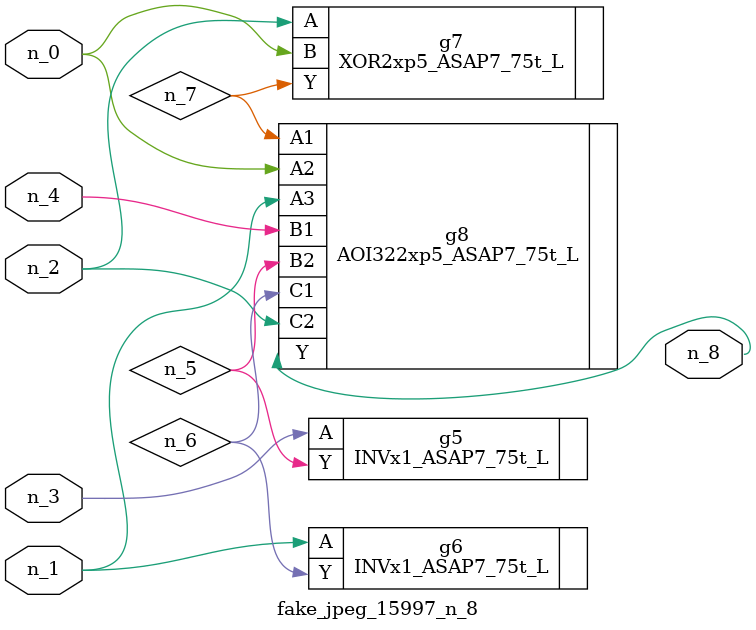
<source format=v>
module fake_jpeg_15997_n_8 (n_3, n_2, n_1, n_0, n_4, n_8);

input n_3;
input n_2;
input n_1;
input n_0;
input n_4;

output n_8;

wire n_6;
wire n_5;
wire n_7;

INVx1_ASAP7_75t_L g5 ( 
.A(n_3),
.Y(n_5)
);

INVx1_ASAP7_75t_L g6 ( 
.A(n_1),
.Y(n_6)
);

XOR2xp5_ASAP7_75t_L g7 ( 
.A(n_2),
.B(n_0),
.Y(n_7)
);

AOI322xp5_ASAP7_75t_L g8 ( 
.A1(n_7),
.A2(n_0),
.A3(n_1),
.B1(n_4),
.B2(n_5),
.C1(n_6),
.C2(n_2),
.Y(n_8)
);


endmodule
</source>
